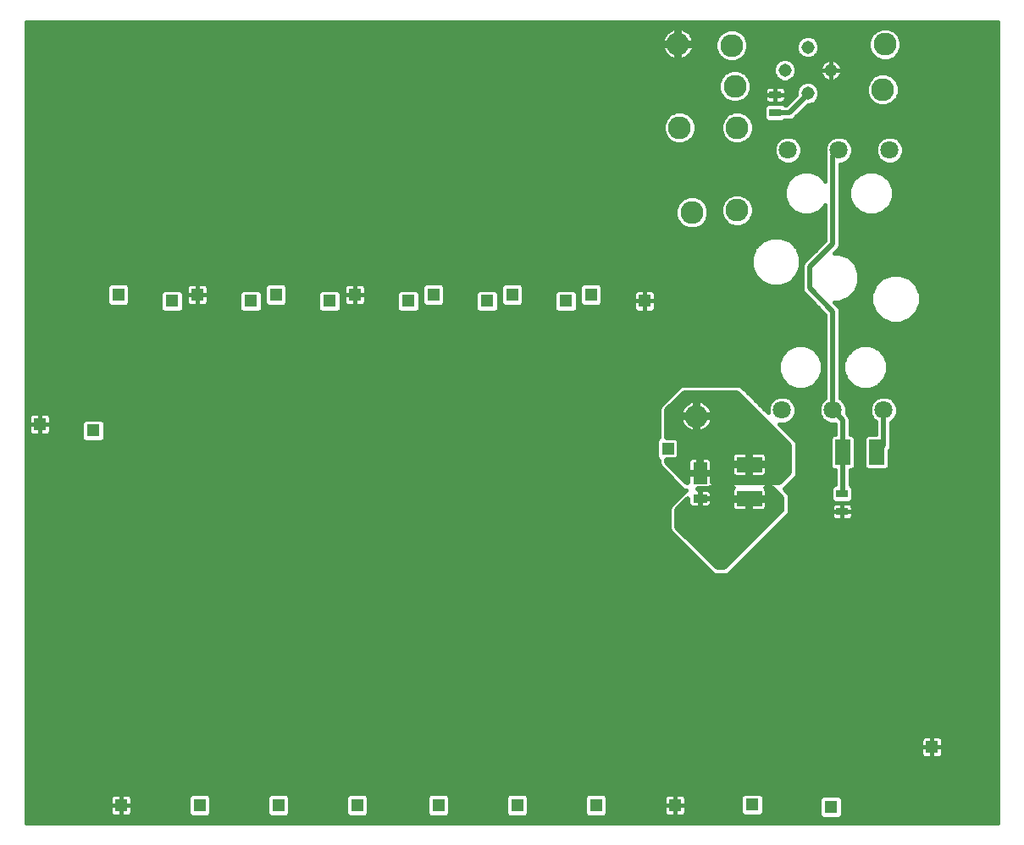
<source format=gbl>
G75*
%MOIN*%
%OFA0B0*%
%FSLAX25Y25*%
%IPPOS*%
%LPD*%
%AMOC8*
5,1,8,0,0,1.08239X$1,22.5*
%
%ADD10R,0.04724X0.03150*%
%ADD11C,0.05150*%
%ADD12R,0.05150X0.05150*%
%ADD13C,0.09000*%
%ADD14R,0.05512X0.08661*%
%ADD15R,0.05512X0.03543*%
%ADD16R,0.10000X0.05984*%
%ADD17R,0.10000X0.05945*%
%ADD18C,0.07087*%
%ADD19R,0.05984X0.10000*%
%ADD20R,0.05945X0.10000*%
%ADD21C,0.01600*%
%ADD22C,0.16835*%
%ADD23C,0.02000*%
%ADD24C,0.03000*%
D10*
X0357587Y0169162D03*
X0357587Y0176249D03*
X0331312Y0326241D03*
X0331312Y0333328D03*
D11*
X0335093Y0342934D03*
X0344124Y0351961D03*
X0353156Y0342934D03*
X0344124Y0333906D03*
D12*
X0258784Y0254532D03*
X0248910Y0252068D03*
X0227784Y0254532D03*
X0217910Y0252068D03*
X0196784Y0254532D03*
X0186910Y0252068D03*
X0165784Y0254532D03*
X0155910Y0252068D03*
X0134784Y0254532D03*
X0124910Y0252068D03*
X0103784Y0254532D03*
X0093910Y0252068D03*
X0072784Y0254532D03*
X0041784Y0203532D03*
X0062910Y0201068D03*
X0073784Y0053532D03*
X0104784Y0053532D03*
X0135784Y0053532D03*
X0166784Y0053532D03*
X0198761Y0053532D03*
X0229761Y0053532D03*
X0260761Y0053532D03*
X0291761Y0053532D03*
X0322257Y0053745D03*
X0353257Y0052942D03*
X0392957Y0076430D03*
X0289052Y0193934D03*
X0279910Y0252068D03*
D13*
X0298532Y0286879D03*
X0316249Y0287863D03*
X0316249Y0320343D03*
X0315383Y0336580D03*
X0293611Y0320343D03*
X0292934Y0353304D03*
X0314194Y0352706D03*
X0374517Y0353083D03*
X0373658Y0335296D03*
X0300367Y0206587D03*
D14*
X0301713Y0184194D03*
D15*
X0301713Y0174154D03*
D16*
X0321162Y0174099D03*
D17*
X0321162Y0187564D03*
D18*
X0333965Y0209123D03*
X0353965Y0209123D03*
X0373965Y0209123D03*
X0376288Y0311485D03*
X0356288Y0311485D03*
X0336288Y0311485D03*
D19*
X0357745Y0192391D03*
D20*
X0371209Y0192391D03*
D21*
X0036600Y0046600D02*
X0036600Y0361803D01*
X0418732Y0361803D01*
X0418732Y0046600D01*
X0036600Y0046600D01*
X0036600Y0048194D02*
X0418732Y0048194D01*
X0418732Y0049793D02*
X0357831Y0049793D01*
X0357831Y0049538D02*
X0357831Y0056345D01*
X0356660Y0057517D01*
X0349853Y0057517D01*
X0348682Y0056345D01*
X0348682Y0049538D01*
X0349853Y0048367D01*
X0356660Y0048367D01*
X0357831Y0049538D01*
X0357831Y0051391D02*
X0418732Y0051391D01*
X0418732Y0052990D02*
X0357831Y0052990D01*
X0357831Y0054588D02*
X0418732Y0054588D01*
X0418732Y0056187D02*
X0357831Y0056187D01*
X0348682Y0056187D02*
X0326831Y0056187D01*
X0326831Y0057148D02*
X0325660Y0058320D01*
X0318853Y0058320D01*
X0317682Y0057148D01*
X0317682Y0050342D01*
X0318853Y0049170D01*
X0325660Y0049170D01*
X0326831Y0050342D01*
X0326831Y0057148D01*
X0326194Y0057785D02*
X0418732Y0057785D01*
X0418732Y0059384D02*
X0036600Y0059384D01*
X0036600Y0060982D02*
X0418732Y0060982D01*
X0418732Y0062581D02*
X0036600Y0062581D01*
X0036600Y0064179D02*
X0418732Y0064179D01*
X0418732Y0065778D02*
X0036600Y0065778D01*
X0036600Y0067376D02*
X0418732Y0067376D01*
X0418732Y0068975D02*
X0036600Y0068975D01*
X0036600Y0070573D02*
X0418732Y0070573D01*
X0418732Y0072172D02*
X0396204Y0072172D01*
X0396227Y0072178D02*
X0396637Y0072415D01*
X0396973Y0072750D01*
X0397210Y0073160D01*
X0397332Y0073618D01*
X0397332Y0076430D01*
X0397332Y0079242D01*
X0397210Y0079699D01*
X0396973Y0080110D01*
X0396637Y0080445D01*
X0396227Y0080682D01*
X0395769Y0080805D01*
X0392958Y0080805D01*
X0392958Y0076430D01*
X0397332Y0076430D01*
X0392958Y0076430D01*
X0392958Y0076430D01*
X0392957Y0076430D01*
X0392957Y0076430D01*
X0388583Y0076430D01*
X0388583Y0079242D01*
X0388705Y0079699D01*
X0388942Y0080110D01*
X0389277Y0080445D01*
X0389688Y0080682D01*
X0390146Y0080805D01*
X0392957Y0080805D01*
X0392957Y0076430D01*
X0388583Y0076430D01*
X0388583Y0073618D01*
X0388705Y0073160D01*
X0388942Y0072750D01*
X0389277Y0072415D01*
X0389688Y0072178D01*
X0390146Y0072055D01*
X0392957Y0072055D01*
X0392957Y0076430D01*
X0392958Y0076430D01*
X0392958Y0072055D01*
X0395769Y0072055D01*
X0396227Y0072178D01*
X0397332Y0073770D02*
X0418732Y0073770D01*
X0418732Y0075369D02*
X0397332Y0075369D01*
X0397332Y0076967D02*
X0418732Y0076967D01*
X0418732Y0078566D02*
X0397332Y0078566D01*
X0396918Y0080164D02*
X0418732Y0080164D01*
X0418732Y0081763D02*
X0036600Y0081763D01*
X0036600Y0083361D02*
X0418732Y0083361D01*
X0418732Y0084960D02*
X0036600Y0084960D01*
X0036600Y0086558D02*
X0418732Y0086558D01*
X0418732Y0088157D02*
X0036600Y0088157D01*
X0036600Y0089755D02*
X0418732Y0089755D01*
X0418732Y0091354D02*
X0036600Y0091354D01*
X0036600Y0092952D02*
X0418732Y0092952D01*
X0418732Y0094551D02*
X0036600Y0094551D01*
X0036600Y0096149D02*
X0418732Y0096149D01*
X0418732Y0097748D02*
X0036600Y0097748D01*
X0036600Y0099346D02*
X0418732Y0099346D01*
X0418732Y0100945D02*
X0036600Y0100945D01*
X0036600Y0102543D02*
X0418732Y0102543D01*
X0418732Y0104142D02*
X0036600Y0104142D01*
X0036600Y0105740D02*
X0418732Y0105740D01*
X0418732Y0107339D02*
X0036600Y0107339D01*
X0036600Y0108937D02*
X0418732Y0108937D01*
X0418732Y0110536D02*
X0036600Y0110536D01*
X0036600Y0112134D02*
X0418732Y0112134D01*
X0418732Y0113733D02*
X0036600Y0113733D01*
X0036600Y0115332D02*
X0418732Y0115332D01*
X0418732Y0116930D02*
X0036600Y0116930D01*
X0036600Y0118529D02*
X0418732Y0118529D01*
X0418732Y0120127D02*
X0036600Y0120127D01*
X0036600Y0121726D02*
X0418732Y0121726D01*
X0418732Y0123324D02*
X0036600Y0123324D01*
X0036600Y0124923D02*
X0418732Y0124923D01*
X0418732Y0126521D02*
X0036600Y0126521D01*
X0036600Y0128120D02*
X0418732Y0128120D01*
X0418732Y0129718D02*
X0036600Y0129718D01*
X0036600Y0131317D02*
X0418732Y0131317D01*
X0418732Y0132915D02*
X0036600Y0132915D01*
X0036600Y0134514D02*
X0418732Y0134514D01*
X0418732Y0136112D02*
X0036600Y0136112D01*
X0036600Y0137711D02*
X0418732Y0137711D01*
X0418732Y0139309D02*
X0036600Y0139309D01*
X0036600Y0140908D02*
X0418732Y0140908D01*
X0418732Y0142506D02*
X0036600Y0142506D01*
X0036600Y0144105D02*
X0418732Y0144105D01*
X0418732Y0145703D02*
X0314158Y0145703D01*
X0313027Y0144572D02*
X0335665Y0167209D01*
X0336509Y0168053D01*
X0336965Y0169156D01*
X0336965Y0175271D01*
X0336509Y0176373D01*
X0334763Y0178119D01*
X0338617Y0181973D01*
X0339461Y0182817D01*
X0339918Y0183920D01*
X0339918Y0195940D01*
X0339461Y0197043D01*
X0332925Y0203580D01*
X0335068Y0203580D01*
X0337105Y0204423D01*
X0338665Y0205983D01*
X0339509Y0208020D01*
X0339509Y0210225D01*
X0338665Y0212263D01*
X0337105Y0213822D01*
X0335068Y0214666D01*
X0332863Y0214666D01*
X0330825Y0213822D01*
X0329266Y0212263D01*
X0328422Y0210225D01*
X0328422Y0208082D01*
X0322729Y0213775D01*
X0318792Y0217712D01*
X0317948Y0218556D01*
X0316846Y0219013D01*
X0294983Y0219013D01*
X0293880Y0218556D01*
X0286990Y0211666D01*
X0286146Y0210822D01*
X0285690Y0209720D01*
X0285690Y0198509D01*
X0285649Y0198509D01*
X0284477Y0197337D01*
X0284477Y0190531D01*
X0285649Y0189359D01*
X0285690Y0189359D01*
X0285690Y0187857D01*
X0286146Y0186754D01*
X0294864Y0178036D01*
X0295967Y0177580D01*
X0296211Y0177580D01*
X0290927Y0172296D01*
X0290083Y0171452D01*
X0289627Y0170349D01*
X0289627Y0162266D01*
X0290083Y0161164D01*
X0305832Y0145416D01*
X0306675Y0144572D01*
X0307778Y0144115D01*
X0311924Y0144115D01*
X0313027Y0144572D01*
X0315757Y0147302D02*
X0418732Y0147302D01*
X0418732Y0148900D02*
X0317355Y0148900D01*
X0318954Y0150499D02*
X0418732Y0150499D01*
X0418732Y0152097D02*
X0320553Y0152097D01*
X0322151Y0153696D02*
X0418732Y0153696D01*
X0418732Y0155294D02*
X0323750Y0155294D01*
X0325348Y0156893D02*
X0418732Y0156893D01*
X0418732Y0158491D02*
X0326947Y0158491D01*
X0328545Y0160090D02*
X0418732Y0160090D01*
X0418732Y0161688D02*
X0330144Y0161688D01*
X0331742Y0163287D02*
X0418732Y0163287D01*
X0418732Y0164885D02*
X0333341Y0164885D01*
X0334939Y0166484D02*
X0353784Y0166484D01*
X0353785Y0166482D02*
X0354120Y0166147D01*
X0354530Y0165910D01*
X0354988Y0165787D01*
X0357587Y0165787D01*
X0357587Y0169162D01*
X0353425Y0169162D01*
X0353425Y0167350D01*
X0353548Y0166893D01*
X0353785Y0166482D01*
X0353425Y0168082D02*
X0336521Y0168082D01*
X0336965Y0169681D02*
X0353425Y0169681D01*
X0353425Y0169162D02*
X0357587Y0169162D01*
X0357587Y0169162D01*
X0357587Y0169162D01*
X0357587Y0165787D01*
X0360187Y0165787D01*
X0360644Y0165910D01*
X0361055Y0166147D01*
X0361390Y0166482D01*
X0361627Y0166893D01*
X0361750Y0167350D01*
X0361750Y0169162D01*
X0357588Y0169162D01*
X0357588Y0169162D01*
X0361750Y0169162D01*
X0361750Y0170974D01*
X0361627Y0171432D01*
X0361390Y0171842D01*
X0361055Y0172177D01*
X0360644Y0172414D01*
X0360187Y0172537D01*
X0357587Y0172537D01*
X0354988Y0172537D01*
X0354530Y0172414D01*
X0354120Y0172177D01*
X0353785Y0171842D01*
X0353548Y0171432D01*
X0353425Y0170974D01*
X0353425Y0169162D01*
X0353507Y0171279D02*
X0336965Y0171279D01*
X0336965Y0172878D02*
X0354193Y0172878D01*
X0354397Y0172674D02*
X0353225Y0173846D01*
X0353225Y0178652D01*
X0354397Y0179824D01*
X0354745Y0179824D01*
X0354745Y0185391D01*
X0353924Y0185391D01*
X0352753Y0186562D01*
X0352753Y0198219D01*
X0353924Y0199391D01*
X0354745Y0199391D01*
X0354745Y0203580D01*
X0352863Y0203580D01*
X0350825Y0204423D01*
X0349266Y0205983D01*
X0348422Y0208020D01*
X0348422Y0210225D01*
X0349266Y0212263D01*
X0350825Y0213822D01*
X0350965Y0213880D01*
X0350965Y0246684D01*
X0342170Y0255479D01*
X0341713Y0256582D01*
X0341713Y0265994D01*
X0342170Y0267097D01*
X0350965Y0275892D01*
X0350965Y0289765D01*
X0350900Y0289607D01*
X0348442Y0287149D01*
X0345231Y0285819D01*
X0341755Y0285819D01*
X0338544Y0287149D01*
X0336086Y0289607D01*
X0334756Y0292818D01*
X0334756Y0296294D01*
X0336086Y0299505D01*
X0338544Y0301963D01*
X0341755Y0303293D01*
X0345231Y0303293D01*
X0348442Y0301963D01*
X0350900Y0299505D01*
X0350965Y0299347D01*
X0350965Y0309759D01*
X0350984Y0309805D01*
X0350745Y0310382D01*
X0350745Y0312588D01*
X0351589Y0314625D01*
X0353148Y0316184D01*
X0355186Y0317028D01*
X0357391Y0317028D01*
X0359428Y0316184D01*
X0360988Y0314625D01*
X0361831Y0312588D01*
X0361831Y0310382D01*
X0360988Y0308345D01*
X0359428Y0306786D01*
X0357391Y0305942D01*
X0356965Y0305942D01*
X0356965Y0274053D01*
X0356509Y0272950D01*
X0354568Y0271009D01*
X0356568Y0271009D01*
X0360141Y0269529D01*
X0362876Y0266795D01*
X0364356Y0263222D01*
X0364356Y0259355D01*
X0362876Y0255782D01*
X0360141Y0253047D01*
X0356568Y0251567D01*
X0354568Y0251567D01*
X0356509Y0249626D01*
X0356965Y0248523D01*
X0356965Y0213880D01*
X0357105Y0213822D01*
X0358665Y0212263D01*
X0359509Y0210225D01*
X0359509Y0208020D01*
X0359451Y0207880D01*
X0360288Y0207043D01*
X0360745Y0205940D01*
X0360745Y0199391D01*
X0361565Y0199391D01*
X0362737Y0198219D01*
X0362737Y0186562D01*
X0361565Y0185391D01*
X0360745Y0185391D01*
X0360745Y0179824D01*
X0360778Y0179824D01*
X0361950Y0178652D01*
X0361950Y0173846D01*
X0360778Y0172674D01*
X0354397Y0172674D01*
X0353225Y0174476D02*
X0336965Y0174476D01*
X0336632Y0176075D02*
X0353225Y0176075D01*
X0353225Y0177673D02*
X0335209Y0177673D01*
X0335916Y0179272D02*
X0353845Y0179272D01*
X0354745Y0180870D02*
X0337515Y0180870D01*
X0339113Y0182469D02*
X0354745Y0182469D01*
X0354745Y0184068D02*
X0339918Y0184068D01*
X0339918Y0185666D02*
X0353649Y0185666D01*
X0352753Y0187265D02*
X0339918Y0187265D01*
X0339918Y0188863D02*
X0352753Y0188863D01*
X0352753Y0190462D02*
X0339918Y0190462D01*
X0339918Y0192060D02*
X0352753Y0192060D01*
X0352753Y0193659D02*
X0339918Y0193659D01*
X0339918Y0195257D02*
X0352753Y0195257D01*
X0352753Y0196856D02*
X0339539Y0196856D01*
X0338050Y0198454D02*
X0352988Y0198454D01*
X0354745Y0200053D02*
X0336451Y0200053D01*
X0334853Y0201651D02*
X0354745Y0201651D01*
X0354745Y0203250D02*
X0333254Y0203250D01*
X0337530Y0204848D02*
X0350401Y0204848D01*
X0349074Y0206447D02*
X0338857Y0206447D01*
X0339509Y0208045D02*
X0348422Y0208045D01*
X0348422Y0209644D02*
X0339509Y0209644D01*
X0339088Y0211242D02*
X0348843Y0211242D01*
X0349844Y0212841D02*
X0338087Y0212841D01*
X0335616Y0214439D02*
X0350965Y0214439D01*
X0350965Y0216038D02*
X0320466Y0216038D01*
X0318868Y0217636D02*
X0338657Y0217636D01*
X0339432Y0217315D02*
X0342908Y0217315D01*
X0346119Y0218645D01*
X0348577Y0221103D01*
X0349907Y0224314D01*
X0349907Y0227790D01*
X0348577Y0231001D01*
X0346119Y0233459D01*
X0342908Y0234789D01*
X0339432Y0234789D01*
X0336221Y0233459D01*
X0333763Y0231001D01*
X0332433Y0227790D01*
X0332433Y0224314D01*
X0333763Y0221103D01*
X0336221Y0218645D01*
X0339432Y0217315D01*
X0335631Y0219235D02*
X0036600Y0219235D01*
X0036600Y0220833D02*
X0334033Y0220833D01*
X0333213Y0222432D02*
X0036600Y0222432D01*
X0036600Y0224030D02*
X0332551Y0224030D01*
X0332433Y0225629D02*
X0036600Y0225629D01*
X0036600Y0227227D02*
X0332433Y0227227D01*
X0332862Y0228826D02*
X0036600Y0228826D01*
X0036600Y0230424D02*
X0333524Y0230424D01*
X0334785Y0232023D02*
X0036600Y0232023D01*
X0036600Y0233621D02*
X0336613Y0233621D01*
X0345727Y0233621D02*
X0350965Y0233621D01*
X0350965Y0232023D02*
X0347555Y0232023D01*
X0348816Y0230424D02*
X0350965Y0230424D01*
X0350965Y0228826D02*
X0349478Y0228826D01*
X0349907Y0227227D02*
X0350965Y0227227D01*
X0350965Y0225629D02*
X0349907Y0225629D01*
X0349790Y0224030D02*
X0350965Y0224030D01*
X0350965Y0222432D02*
X0349127Y0222432D01*
X0348307Y0220833D02*
X0350965Y0220833D01*
X0350965Y0219235D02*
X0346709Y0219235D01*
X0343684Y0217636D02*
X0350965Y0217636D01*
X0356965Y0217636D02*
X0364247Y0217636D01*
X0365023Y0217315D02*
X0368499Y0217315D01*
X0371710Y0218645D01*
X0374167Y0221103D01*
X0375498Y0224314D01*
X0375498Y0227790D01*
X0374167Y0231001D01*
X0371710Y0233459D01*
X0368499Y0234789D01*
X0365023Y0234789D01*
X0361812Y0233459D01*
X0359354Y0231001D01*
X0358024Y0227790D01*
X0358024Y0224314D01*
X0359354Y0221103D01*
X0361812Y0218645D01*
X0365023Y0217315D01*
X0361222Y0219235D02*
X0356965Y0219235D01*
X0356965Y0220833D02*
X0359623Y0220833D01*
X0358803Y0222432D02*
X0356965Y0222432D01*
X0356965Y0224030D02*
X0358141Y0224030D01*
X0358024Y0225629D02*
X0356965Y0225629D01*
X0356965Y0227227D02*
X0358024Y0227227D01*
X0358453Y0228826D02*
X0356965Y0228826D01*
X0356965Y0230424D02*
X0359115Y0230424D01*
X0360376Y0232023D02*
X0356965Y0232023D01*
X0356965Y0233621D02*
X0362204Y0233621D01*
X0356965Y0235220D02*
X0418732Y0235220D01*
X0418732Y0236818D02*
X0356965Y0236818D01*
X0356965Y0238417D02*
X0418732Y0238417D01*
X0418732Y0240015D02*
X0356965Y0240015D01*
X0356965Y0241614D02*
X0418732Y0241614D01*
X0418732Y0243212D02*
X0356965Y0243212D01*
X0356965Y0244811D02*
X0373151Y0244811D01*
X0373222Y0244740D02*
X0376795Y0243260D01*
X0380663Y0243260D01*
X0384236Y0244740D01*
X0386970Y0247474D01*
X0388450Y0251047D01*
X0388450Y0254915D01*
X0386970Y0258488D01*
X0384236Y0261222D01*
X0380663Y0262702D01*
X0376795Y0262702D01*
X0373222Y0261222D01*
X0370488Y0258488D01*
X0369008Y0254915D01*
X0369008Y0251047D01*
X0370488Y0247474D01*
X0373222Y0244740D01*
X0371553Y0246409D02*
X0356965Y0246409D01*
X0356965Y0248008D02*
X0370267Y0248008D01*
X0369605Y0249606D02*
X0356517Y0249606D01*
X0354930Y0251205D02*
X0369008Y0251205D01*
X0369008Y0252803D02*
X0359554Y0252803D01*
X0361496Y0254402D02*
X0369008Y0254402D01*
X0369458Y0256001D02*
X0362967Y0256001D01*
X0363629Y0257599D02*
X0370120Y0257599D01*
X0371198Y0259198D02*
X0364291Y0259198D01*
X0364356Y0260796D02*
X0372796Y0260796D01*
X0376052Y0262395D02*
X0364356Y0262395D01*
X0364036Y0263993D02*
X0418732Y0263993D01*
X0418732Y0262395D02*
X0381406Y0262395D01*
X0384662Y0260796D02*
X0418732Y0260796D01*
X0418732Y0259198D02*
X0386261Y0259198D01*
X0387339Y0257599D02*
X0418732Y0257599D01*
X0418732Y0256001D02*
X0388001Y0256001D01*
X0388450Y0254402D02*
X0418732Y0254402D01*
X0418732Y0252803D02*
X0388450Y0252803D01*
X0388450Y0251205D02*
X0418732Y0251205D01*
X0418732Y0249606D02*
X0387854Y0249606D01*
X0387191Y0248008D02*
X0418732Y0248008D01*
X0418732Y0246409D02*
X0385905Y0246409D01*
X0384307Y0244811D02*
X0418732Y0244811D01*
X0418732Y0233621D02*
X0371317Y0233621D01*
X0373146Y0232023D02*
X0418732Y0232023D01*
X0418732Y0230424D02*
X0374406Y0230424D01*
X0375069Y0228826D02*
X0418732Y0228826D01*
X0418732Y0227227D02*
X0375498Y0227227D01*
X0375498Y0225629D02*
X0418732Y0225629D01*
X0418732Y0224030D02*
X0375380Y0224030D01*
X0374718Y0222432D02*
X0418732Y0222432D01*
X0418732Y0220833D02*
X0373898Y0220833D01*
X0372299Y0219235D02*
X0418732Y0219235D01*
X0418732Y0217636D02*
X0369274Y0217636D01*
X0370825Y0213822D02*
X0369266Y0212263D01*
X0368422Y0210225D01*
X0368422Y0208020D01*
X0369266Y0205983D01*
X0370825Y0204423D01*
X0370965Y0204365D01*
X0370965Y0199391D01*
X0367409Y0199391D01*
X0366237Y0198219D01*
X0366237Y0186562D01*
X0367409Y0185391D01*
X0375010Y0185391D01*
X0376182Y0186562D01*
X0376182Y0193120D01*
X0376509Y0193447D01*
X0376965Y0194550D01*
X0376965Y0204365D01*
X0377105Y0204423D01*
X0378665Y0205983D01*
X0379509Y0208020D01*
X0379509Y0210225D01*
X0378665Y0212263D01*
X0377105Y0213822D01*
X0375068Y0214666D01*
X0372863Y0214666D01*
X0370825Y0213822D01*
X0369844Y0212841D02*
X0358087Y0212841D01*
X0359088Y0211242D02*
X0368843Y0211242D01*
X0368422Y0209644D02*
X0359509Y0209644D01*
X0359509Y0208045D02*
X0368422Y0208045D01*
X0369074Y0206447D02*
X0360535Y0206447D01*
X0360745Y0204848D02*
X0370401Y0204848D01*
X0370965Y0203250D02*
X0360745Y0203250D01*
X0360745Y0201651D02*
X0370965Y0201651D01*
X0370965Y0200053D02*
X0360745Y0200053D01*
X0362502Y0198454D02*
X0366472Y0198454D01*
X0366237Y0196856D02*
X0362737Y0196856D01*
X0362737Y0195257D02*
X0366237Y0195257D01*
X0366237Y0193659D02*
X0362737Y0193659D01*
X0362737Y0192060D02*
X0366237Y0192060D01*
X0366237Y0190462D02*
X0362737Y0190462D01*
X0362737Y0188863D02*
X0366237Y0188863D01*
X0366237Y0187265D02*
X0362737Y0187265D01*
X0361841Y0185666D02*
X0367133Y0185666D01*
X0360745Y0184068D02*
X0418732Y0184068D01*
X0418732Y0185666D02*
X0375286Y0185666D01*
X0376182Y0187265D02*
X0418732Y0187265D01*
X0418732Y0188863D02*
X0376182Y0188863D01*
X0376182Y0190462D02*
X0418732Y0190462D01*
X0418732Y0192060D02*
X0376182Y0192060D01*
X0376596Y0193659D02*
X0418732Y0193659D01*
X0418732Y0195257D02*
X0376965Y0195257D01*
X0376965Y0196856D02*
X0418732Y0196856D01*
X0418732Y0198454D02*
X0376965Y0198454D01*
X0376965Y0200053D02*
X0418732Y0200053D01*
X0418732Y0201651D02*
X0376965Y0201651D01*
X0376965Y0203250D02*
X0418732Y0203250D01*
X0418732Y0204848D02*
X0377530Y0204848D01*
X0378857Y0206447D02*
X0418732Y0206447D01*
X0418732Y0208045D02*
X0379509Y0208045D01*
X0379509Y0209644D02*
X0418732Y0209644D01*
X0418732Y0211242D02*
X0379088Y0211242D01*
X0378087Y0212841D02*
X0418732Y0212841D01*
X0418732Y0214439D02*
X0375616Y0214439D01*
X0372315Y0214439D02*
X0356965Y0214439D01*
X0356965Y0216038D02*
X0418732Y0216038D01*
X0418732Y0182469D02*
X0360745Y0182469D01*
X0360745Y0180870D02*
X0418732Y0180870D01*
X0418732Y0179272D02*
X0361330Y0179272D01*
X0361950Y0177673D02*
X0418732Y0177673D01*
X0418732Y0176075D02*
X0361950Y0176075D01*
X0361950Y0174476D02*
X0418732Y0174476D01*
X0418732Y0172878D02*
X0360982Y0172878D01*
X0361668Y0171279D02*
X0418732Y0171279D01*
X0418732Y0169681D02*
X0361750Y0169681D01*
X0361750Y0168082D02*
X0418732Y0168082D01*
X0418732Y0166484D02*
X0361391Y0166484D01*
X0357587Y0166484D02*
X0357587Y0166484D01*
X0357587Y0168082D02*
X0357587Y0168082D01*
X0357587Y0169162D02*
X0357587Y0172537D01*
X0357587Y0169162D01*
X0357587Y0169162D01*
X0357587Y0169681D02*
X0357587Y0169681D01*
X0357587Y0171279D02*
X0357587Y0171279D01*
X0328422Y0209644D02*
X0326860Y0209644D01*
X0325262Y0211242D02*
X0328843Y0211242D01*
X0329844Y0212841D02*
X0323663Y0212841D01*
X0322065Y0214439D02*
X0332315Y0214439D01*
X0350965Y0235220D02*
X0036600Y0235220D01*
X0036600Y0236818D02*
X0350965Y0236818D01*
X0350965Y0238417D02*
X0036600Y0238417D01*
X0036600Y0240015D02*
X0350965Y0240015D01*
X0350965Y0241614D02*
X0036600Y0241614D01*
X0036600Y0243212D02*
X0350965Y0243212D01*
X0350965Y0244811D02*
X0036600Y0244811D01*
X0036600Y0246409D02*
X0350965Y0246409D01*
X0349641Y0248008D02*
X0283513Y0248008D01*
X0283590Y0248053D02*
X0283925Y0248388D01*
X0284162Y0248798D01*
X0284285Y0249256D01*
X0284285Y0252068D01*
X0284285Y0254879D01*
X0284162Y0255337D01*
X0283925Y0255748D01*
X0283590Y0256083D01*
X0283180Y0256320D01*
X0282722Y0256443D01*
X0279910Y0256443D01*
X0277098Y0256443D01*
X0276641Y0256320D01*
X0276230Y0256083D01*
X0275895Y0255748D01*
X0275658Y0255337D01*
X0275535Y0254879D01*
X0275535Y0252068D01*
X0279910Y0252068D01*
X0279910Y0256443D01*
X0279910Y0252068D01*
X0279910Y0252068D01*
X0279910Y0252068D01*
X0275535Y0252068D01*
X0275535Y0249256D01*
X0275658Y0248798D01*
X0275895Y0248388D01*
X0276230Y0248053D01*
X0276641Y0247816D01*
X0277098Y0247693D01*
X0279910Y0247693D01*
X0279910Y0252068D01*
X0284285Y0252068D01*
X0279910Y0252068D01*
X0279910Y0252068D01*
X0279910Y0252068D01*
X0279910Y0247693D01*
X0282722Y0247693D01*
X0283180Y0247816D01*
X0283590Y0248053D01*
X0284285Y0249606D02*
X0348043Y0249606D01*
X0346444Y0251205D02*
X0284285Y0251205D01*
X0284285Y0252803D02*
X0344846Y0252803D01*
X0343247Y0254402D02*
X0284285Y0254402D01*
X0283673Y0256001D02*
X0341954Y0256001D01*
X0341713Y0257599D02*
X0263359Y0257599D01*
X0263359Y0257936D02*
X0263359Y0251129D01*
X0262187Y0249957D01*
X0255381Y0249957D01*
X0254209Y0251129D01*
X0254209Y0257936D01*
X0255381Y0259107D01*
X0262187Y0259107D01*
X0263359Y0257936D01*
X0263359Y0256001D02*
X0276148Y0256001D01*
X0275535Y0254402D02*
X0263359Y0254402D01*
X0263359Y0252803D02*
X0275535Y0252803D01*
X0275535Y0251205D02*
X0263359Y0251205D01*
X0254209Y0251205D02*
X0253485Y0251205D01*
X0253485Y0252803D02*
X0254209Y0252803D01*
X0254209Y0254402D02*
X0253485Y0254402D01*
X0253485Y0255471D02*
X0252313Y0256643D01*
X0245507Y0256643D01*
X0244335Y0255471D01*
X0244335Y0248664D01*
X0245507Y0247493D01*
X0252313Y0247493D01*
X0253485Y0248664D01*
X0253485Y0255471D01*
X0252955Y0256001D02*
X0254209Y0256001D01*
X0254209Y0257599D02*
X0232359Y0257599D01*
X0232359Y0257936D02*
X0232359Y0251129D01*
X0231187Y0249957D01*
X0224381Y0249957D01*
X0223209Y0251129D01*
X0223209Y0257936D01*
X0224381Y0259107D01*
X0231187Y0259107D01*
X0232359Y0257936D01*
X0232359Y0256001D02*
X0244865Y0256001D01*
X0244335Y0254402D02*
X0232359Y0254402D01*
X0232359Y0252803D02*
X0244335Y0252803D01*
X0244335Y0251205D02*
X0232359Y0251205D01*
X0223209Y0251205D02*
X0222485Y0251205D01*
X0222485Y0252803D02*
X0223209Y0252803D01*
X0223209Y0254402D02*
X0222485Y0254402D01*
X0222485Y0255471D02*
X0221313Y0256643D01*
X0214507Y0256643D01*
X0213335Y0255471D01*
X0213335Y0248664D01*
X0214507Y0247493D01*
X0221313Y0247493D01*
X0222485Y0248664D01*
X0222485Y0255471D01*
X0221955Y0256001D02*
X0223209Y0256001D01*
X0223209Y0257599D02*
X0201359Y0257599D01*
X0201359Y0257936D02*
X0201359Y0251129D01*
X0200187Y0249957D01*
X0193381Y0249957D01*
X0192209Y0251129D01*
X0192209Y0257936D01*
X0193381Y0259107D01*
X0200187Y0259107D01*
X0201359Y0257936D01*
X0201359Y0256001D02*
X0213865Y0256001D01*
X0213335Y0254402D02*
X0201359Y0254402D01*
X0201359Y0252803D02*
X0213335Y0252803D01*
X0213335Y0251205D02*
X0201359Y0251205D01*
X0192209Y0251205D02*
X0191485Y0251205D01*
X0191485Y0252803D02*
X0192209Y0252803D01*
X0192209Y0254402D02*
X0191485Y0254402D01*
X0191485Y0255471D02*
X0190313Y0256643D01*
X0183507Y0256643D01*
X0182335Y0255471D01*
X0182335Y0248664D01*
X0183507Y0247493D01*
X0190313Y0247493D01*
X0191485Y0248664D01*
X0191485Y0255471D01*
X0190955Y0256001D02*
X0192209Y0256001D01*
X0192209Y0257599D02*
X0170091Y0257599D01*
X0170036Y0257802D02*
X0170159Y0257344D01*
X0170159Y0254532D01*
X0170159Y0251720D01*
X0170036Y0251263D01*
X0169799Y0250852D01*
X0169464Y0250517D01*
X0169054Y0250280D01*
X0168596Y0250157D01*
X0165784Y0250157D01*
X0165784Y0254532D01*
X0165784Y0254532D01*
X0161409Y0254532D01*
X0161409Y0251720D01*
X0161532Y0251263D01*
X0161769Y0250852D01*
X0162104Y0250517D01*
X0162515Y0250280D01*
X0162972Y0250157D01*
X0165784Y0250157D01*
X0165784Y0254532D01*
X0165784Y0254532D01*
X0161409Y0254532D01*
X0161409Y0257344D01*
X0161532Y0257802D01*
X0161769Y0258212D01*
X0162104Y0258547D01*
X0162515Y0258784D01*
X0162972Y0258907D01*
X0165784Y0258907D01*
X0165784Y0254532D01*
X0165784Y0254532D01*
X0170159Y0254532D01*
X0165784Y0254532D01*
X0165784Y0254532D01*
X0165784Y0258907D01*
X0168596Y0258907D01*
X0169054Y0258784D01*
X0169464Y0258547D01*
X0169799Y0258212D01*
X0170036Y0257802D01*
X0170159Y0256001D02*
X0182865Y0256001D01*
X0182335Y0254402D02*
X0170159Y0254402D01*
X0170159Y0252803D02*
X0182335Y0252803D01*
X0182335Y0251205D02*
X0170003Y0251205D01*
X0165784Y0251205D02*
X0165784Y0251205D01*
X0165784Y0252803D02*
X0165784Y0252803D01*
X0165784Y0254402D02*
X0165784Y0254402D01*
X0165784Y0256001D02*
X0165784Y0256001D01*
X0165784Y0257599D02*
X0165784Y0257599D01*
X0161478Y0257599D02*
X0139359Y0257599D01*
X0139359Y0257936D02*
X0138187Y0259107D01*
X0131381Y0259107D01*
X0130209Y0257936D01*
X0130209Y0251129D01*
X0131381Y0249957D01*
X0138187Y0249957D01*
X0139359Y0251129D01*
X0139359Y0257936D01*
X0139359Y0256001D02*
X0151865Y0256001D01*
X0151335Y0255471D02*
X0151335Y0248664D01*
X0152507Y0247493D01*
X0159313Y0247493D01*
X0160485Y0248664D01*
X0160485Y0255471D01*
X0159313Y0256643D01*
X0152507Y0256643D01*
X0151335Y0255471D01*
X0151335Y0254402D02*
X0139359Y0254402D01*
X0139359Y0252803D02*
X0151335Y0252803D01*
X0151335Y0251205D02*
X0139359Y0251205D01*
X0130209Y0251205D02*
X0129485Y0251205D01*
X0129485Y0252803D02*
X0130209Y0252803D01*
X0130209Y0254402D02*
X0129485Y0254402D01*
X0129485Y0255471D02*
X0128313Y0256643D01*
X0121507Y0256643D01*
X0120335Y0255471D01*
X0120335Y0248664D01*
X0121507Y0247493D01*
X0128313Y0247493D01*
X0129485Y0248664D01*
X0129485Y0255471D01*
X0128955Y0256001D02*
X0130209Y0256001D01*
X0130209Y0257599D02*
X0108091Y0257599D01*
X0108036Y0257802D02*
X0108159Y0257344D01*
X0108159Y0254532D01*
X0108159Y0251720D01*
X0108036Y0251263D01*
X0107799Y0250852D01*
X0107464Y0250517D01*
X0107054Y0250280D01*
X0106596Y0250157D01*
X0103784Y0250157D01*
X0103784Y0254532D01*
X0103784Y0254532D01*
X0099409Y0254532D01*
X0099409Y0251720D01*
X0099532Y0251263D01*
X0099769Y0250852D01*
X0100104Y0250517D01*
X0100515Y0250280D01*
X0100972Y0250157D01*
X0103784Y0250157D01*
X0103784Y0254532D01*
X0103784Y0254532D01*
X0099409Y0254532D01*
X0099409Y0257344D01*
X0099532Y0257802D01*
X0099769Y0258212D01*
X0100104Y0258547D01*
X0100515Y0258784D01*
X0100972Y0258907D01*
X0103784Y0258907D01*
X0103784Y0254532D01*
X0103784Y0254532D01*
X0108159Y0254532D01*
X0103784Y0254532D01*
X0103784Y0254532D01*
X0103784Y0258907D01*
X0106596Y0258907D01*
X0107054Y0258784D01*
X0107464Y0258547D01*
X0107799Y0258212D01*
X0108036Y0257802D01*
X0108159Y0256001D02*
X0120865Y0256001D01*
X0120335Y0254402D02*
X0108159Y0254402D01*
X0108159Y0252803D02*
X0120335Y0252803D01*
X0120335Y0251205D02*
X0108003Y0251205D01*
X0103784Y0251205D02*
X0103784Y0251205D01*
X0103784Y0252803D02*
X0103784Y0252803D01*
X0103784Y0254402D02*
X0103784Y0254402D01*
X0103784Y0256001D02*
X0103784Y0256001D01*
X0103784Y0257599D02*
X0103784Y0257599D01*
X0099478Y0257599D02*
X0077359Y0257599D01*
X0077359Y0257936D02*
X0077359Y0251129D01*
X0076187Y0249957D01*
X0069381Y0249957D01*
X0068209Y0251129D01*
X0068209Y0257936D01*
X0069381Y0259107D01*
X0076187Y0259107D01*
X0077359Y0257936D01*
X0077359Y0256001D02*
X0089865Y0256001D01*
X0089335Y0255471D02*
X0089335Y0248664D01*
X0090507Y0247493D01*
X0097313Y0247493D01*
X0098485Y0248664D01*
X0098485Y0255471D01*
X0097313Y0256643D01*
X0090507Y0256643D01*
X0089335Y0255471D01*
X0089335Y0254402D02*
X0077359Y0254402D01*
X0077359Y0252803D02*
X0089335Y0252803D01*
X0089335Y0251205D02*
X0077359Y0251205D01*
X0068209Y0251205D02*
X0036600Y0251205D01*
X0036600Y0252803D02*
X0068209Y0252803D01*
X0068209Y0254402D02*
X0036600Y0254402D01*
X0036600Y0256001D02*
X0068209Y0256001D01*
X0068209Y0257599D02*
X0036600Y0257599D01*
X0036600Y0259198D02*
X0326455Y0259198D01*
X0326096Y0259346D02*
X0329669Y0257866D01*
X0333537Y0257866D01*
X0337110Y0259346D01*
X0339844Y0262081D01*
X0341324Y0265654D01*
X0341324Y0269521D01*
X0339844Y0273094D01*
X0337110Y0275829D01*
X0333537Y0277309D01*
X0329669Y0277309D01*
X0326096Y0275829D01*
X0323362Y0273094D01*
X0321882Y0269521D01*
X0321882Y0265654D01*
X0323362Y0262081D01*
X0326096Y0259346D01*
X0324647Y0260796D02*
X0036600Y0260796D01*
X0036600Y0262395D02*
X0323232Y0262395D01*
X0322570Y0263993D02*
X0036600Y0263993D01*
X0036600Y0265592D02*
X0321908Y0265592D01*
X0321882Y0267190D02*
X0036600Y0267190D01*
X0036600Y0268789D02*
X0321882Y0268789D01*
X0322241Y0270387D02*
X0036600Y0270387D01*
X0036600Y0271986D02*
X0322903Y0271986D01*
X0323852Y0273584D02*
X0036600Y0273584D01*
X0036600Y0275183D02*
X0325450Y0275183D01*
X0328396Y0276781D02*
X0036600Y0276781D01*
X0036600Y0278380D02*
X0350965Y0278380D01*
X0350965Y0279978D02*
X0036600Y0279978D01*
X0036600Y0281577D02*
X0294642Y0281577D01*
X0294850Y0281368D02*
X0297239Y0280379D01*
X0299825Y0280379D01*
X0302214Y0281368D01*
X0304043Y0283197D01*
X0305032Y0285586D01*
X0305032Y0288172D01*
X0304043Y0290561D01*
X0302214Y0292389D01*
X0299825Y0293379D01*
X0297239Y0293379D01*
X0294850Y0292389D01*
X0293022Y0290561D01*
X0292032Y0288172D01*
X0292032Y0285586D01*
X0293022Y0283197D01*
X0294850Y0281368D01*
X0293043Y0283175D02*
X0036600Y0283175D01*
X0036600Y0284774D02*
X0292369Y0284774D01*
X0292032Y0286372D02*
X0036600Y0286372D01*
X0036600Y0287971D02*
X0292032Y0287971D01*
X0292611Y0289569D02*
X0036600Y0289569D01*
X0036600Y0291168D02*
X0293629Y0291168D01*
X0295761Y0292766D02*
X0036600Y0292766D01*
X0036600Y0294365D02*
X0334756Y0294365D01*
X0334756Y0295963D02*
X0036600Y0295963D01*
X0036600Y0297562D02*
X0335281Y0297562D01*
X0335943Y0299160D02*
X0036600Y0299160D01*
X0036600Y0300759D02*
X0337340Y0300759D01*
X0339496Y0302357D02*
X0036600Y0302357D01*
X0036600Y0303956D02*
X0350965Y0303956D01*
X0350965Y0305554D02*
X0036600Y0305554D01*
X0036600Y0307153D02*
X0332781Y0307153D01*
X0333148Y0306786D02*
X0335186Y0305942D01*
X0337391Y0305942D01*
X0339428Y0306786D01*
X0340988Y0308345D01*
X0341831Y0310382D01*
X0341831Y0312588D01*
X0340988Y0314625D01*
X0339428Y0316184D01*
X0337391Y0317028D01*
X0335186Y0317028D01*
X0333148Y0316184D01*
X0331589Y0314625D01*
X0330745Y0312588D01*
X0330745Y0310382D01*
X0331589Y0308345D01*
X0333148Y0306786D01*
X0331420Y0308751D02*
X0036600Y0308751D01*
X0036600Y0310350D02*
X0330758Y0310350D01*
X0330745Y0311948D02*
X0036600Y0311948D01*
X0036600Y0313547D02*
X0331142Y0313547D01*
X0332109Y0315145D02*
X0320243Y0315145D01*
X0319931Y0314833D02*
X0321759Y0316661D01*
X0322749Y0319050D01*
X0322749Y0321636D01*
X0321759Y0324025D01*
X0319931Y0325854D01*
X0317542Y0326843D01*
X0314956Y0326843D01*
X0312567Y0325854D01*
X0310738Y0324025D01*
X0309749Y0321636D01*
X0309749Y0319050D01*
X0310738Y0316661D01*
X0312567Y0314833D01*
X0314956Y0313843D01*
X0317542Y0313843D01*
X0319931Y0314833D01*
X0321793Y0316744D02*
X0334499Y0316744D01*
X0338077Y0316744D02*
X0354499Y0316744D01*
X0352109Y0315145D02*
X0340467Y0315145D01*
X0341434Y0313547D02*
X0351142Y0313547D01*
X0350745Y0311948D02*
X0341831Y0311948D01*
X0341818Y0310350D02*
X0350758Y0310350D01*
X0350965Y0308751D02*
X0341156Y0308751D01*
X0339795Y0307153D02*
X0350965Y0307153D01*
X0350965Y0302357D02*
X0347489Y0302357D01*
X0349646Y0300759D02*
X0350965Y0300759D01*
X0356965Y0300759D02*
X0362930Y0300759D01*
X0364134Y0301963D02*
X0361677Y0299505D01*
X0360346Y0296294D01*
X0360346Y0292818D01*
X0361677Y0289607D01*
X0364134Y0287149D01*
X0367346Y0285819D01*
X0370821Y0285819D01*
X0374033Y0287149D01*
X0376490Y0289607D01*
X0377820Y0292818D01*
X0377820Y0296294D01*
X0376490Y0299505D01*
X0374033Y0301963D01*
X0370821Y0303293D01*
X0367346Y0303293D01*
X0364134Y0301963D01*
X0365087Y0302357D02*
X0356965Y0302357D01*
X0356965Y0303956D02*
X0418732Y0303956D01*
X0418732Y0305554D02*
X0356965Y0305554D01*
X0359795Y0307153D02*
X0372781Y0307153D01*
X0373148Y0306786D02*
X0375186Y0305942D01*
X0377391Y0305942D01*
X0379428Y0306786D01*
X0380988Y0308345D01*
X0381831Y0310382D01*
X0381831Y0312588D01*
X0380988Y0314625D01*
X0379428Y0316184D01*
X0377391Y0317028D01*
X0375186Y0317028D01*
X0373148Y0316184D01*
X0371589Y0314625D01*
X0370745Y0312588D01*
X0370745Y0310382D01*
X0371589Y0308345D01*
X0373148Y0306786D01*
X0371420Y0308751D02*
X0361156Y0308751D01*
X0361818Y0310350D02*
X0370758Y0310350D01*
X0370745Y0311948D02*
X0361831Y0311948D01*
X0361434Y0313547D02*
X0371142Y0313547D01*
X0372109Y0315145D02*
X0360467Y0315145D01*
X0358077Y0316744D02*
X0374499Y0316744D01*
X0378077Y0316744D02*
X0418732Y0316744D01*
X0418732Y0318342D02*
X0322456Y0318342D01*
X0322749Y0319941D02*
X0418732Y0319941D01*
X0418732Y0321539D02*
X0322749Y0321539D01*
X0322127Y0323138D02*
X0327649Y0323138D01*
X0328121Y0322666D02*
X0334502Y0322666D01*
X0335085Y0323249D01*
X0337515Y0323249D01*
X0338617Y0323706D01*
X0344243Y0329331D01*
X0345034Y0329331D01*
X0346716Y0330028D01*
X0348003Y0331315D01*
X0348699Y0332996D01*
X0348699Y0334816D01*
X0348003Y0336498D01*
X0346716Y0337785D01*
X0345034Y0338481D01*
X0343214Y0338481D01*
X0341533Y0337785D01*
X0340246Y0336498D01*
X0339550Y0334816D01*
X0339550Y0333123D01*
X0335675Y0329249D01*
X0335069Y0329249D01*
X0334502Y0329816D01*
X0328121Y0329816D01*
X0326950Y0328644D01*
X0326950Y0323838D01*
X0328121Y0322666D01*
X0326950Y0324737D02*
X0321048Y0324737D01*
X0318769Y0326335D02*
X0326950Y0326335D01*
X0326950Y0327934D02*
X0036600Y0327934D01*
X0036600Y0329532D02*
X0327837Y0329532D01*
X0328255Y0330075D02*
X0328713Y0329953D01*
X0331312Y0329953D01*
X0333911Y0329953D01*
X0334369Y0330075D01*
X0334779Y0330312D01*
X0335114Y0330648D01*
X0335351Y0331058D01*
X0335474Y0331516D01*
X0335474Y0333327D01*
X0331312Y0333327D01*
X0331312Y0329953D01*
X0331312Y0333327D01*
X0331312Y0333327D01*
X0331312Y0333328D01*
X0331312Y0333328D01*
X0331312Y0336702D01*
X0333911Y0336702D01*
X0334369Y0336580D01*
X0334779Y0336343D01*
X0335114Y0336008D01*
X0335351Y0335597D01*
X0335474Y0335139D01*
X0335474Y0333328D01*
X0331312Y0333328D01*
X0331312Y0336702D01*
X0328713Y0336702D01*
X0328255Y0336580D01*
X0327844Y0336343D01*
X0327509Y0336008D01*
X0327272Y0335597D01*
X0327150Y0335139D01*
X0327150Y0333328D01*
X0331312Y0333328D01*
X0331312Y0333327D01*
X0327150Y0333327D01*
X0327150Y0331516D01*
X0327272Y0331058D01*
X0327509Y0330648D01*
X0327844Y0330312D01*
X0328255Y0330075D01*
X0327253Y0331131D02*
X0319126Y0331131D01*
X0319065Y0331069D02*
X0320893Y0332898D01*
X0321883Y0335287D01*
X0321883Y0337872D01*
X0320893Y0340261D01*
X0319065Y0342090D01*
X0316676Y0343080D01*
X0314090Y0343080D01*
X0311701Y0342090D01*
X0309872Y0340261D01*
X0308883Y0337872D01*
X0308883Y0335287D01*
X0309872Y0332898D01*
X0311701Y0331069D01*
X0314090Y0330080D01*
X0316676Y0330080D01*
X0319065Y0331069D01*
X0320725Y0332729D02*
X0327150Y0332729D01*
X0327150Y0334328D02*
X0321485Y0334328D01*
X0321883Y0335926D02*
X0327462Y0335926D01*
X0331312Y0335926D02*
X0331312Y0335926D01*
X0331312Y0334328D02*
X0331312Y0334328D01*
X0331312Y0332729D02*
X0331312Y0332729D01*
X0331312Y0331131D02*
X0331312Y0331131D01*
X0334786Y0329532D02*
X0335959Y0329532D01*
X0335371Y0331131D02*
X0337557Y0331131D01*
X0339156Y0332729D02*
X0335474Y0332729D01*
X0335474Y0334328D02*
X0339550Y0334328D01*
X0340009Y0335926D02*
X0335161Y0335926D01*
X0336003Y0338359D02*
X0337684Y0339056D01*
X0338971Y0340342D01*
X0339668Y0342024D01*
X0339668Y0343844D01*
X0338971Y0345525D01*
X0337684Y0346812D01*
X0336003Y0347509D01*
X0334183Y0347509D01*
X0332501Y0346812D01*
X0331215Y0345525D01*
X0330518Y0343844D01*
X0330518Y0342024D01*
X0331215Y0340342D01*
X0332501Y0339056D01*
X0334183Y0338359D01*
X0336003Y0338359D01*
X0337752Y0339123D02*
X0350999Y0339123D01*
X0350863Y0339192D02*
X0351477Y0338880D01*
X0352131Y0338667D01*
X0352812Y0338559D01*
X0353156Y0338559D01*
X0353500Y0338559D01*
X0354180Y0338667D01*
X0354835Y0338880D01*
X0355449Y0339192D01*
X0356006Y0339597D01*
X0356493Y0340084D01*
X0356898Y0340641D01*
X0357210Y0341255D01*
X0357423Y0341909D01*
X0357531Y0342590D01*
X0357531Y0342934D01*
X0357531Y0343278D01*
X0357423Y0343958D01*
X0357210Y0344613D01*
X0356898Y0345227D01*
X0356493Y0345784D01*
X0356006Y0346271D01*
X0355449Y0346676D01*
X0354835Y0346988D01*
X0354180Y0347201D01*
X0353500Y0347309D01*
X0353156Y0347309D01*
X0353156Y0342934D01*
X0353156Y0342934D01*
X0357531Y0342934D01*
X0353156Y0342934D01*
X0353156Y0342934D01*
X0353156Y0347309D01*
X0352812Y0347309D01*
X0352131Y0347201D01*
X0351477Y0346988D01*
X0350863Y0346676D01*
X0350306Y0346271D01*
X0349819Y0345784D01*
X0349414Y0345227D01*
X0349102Y0344613D01*
X0348889Y0343958D01*
X0348781Y0343278D01*
X0348781Y0342934D01*
X0353156Y0342934D01*
X0353156Y0342934D01*
X0353156Y0338559D01*
X0353156Y0342934D01*
X0353156Y0342934D01*
X0348781Y0342934D01*
X0348781Y0342590D01*
X0348889Y0341909D01*
X0349102Y0341255D01*
X0349414Y0340641D01*
X0349819Y0340084D01*
X0350306Y0339597D01*
X0350863Y0339192D01*
X0349373Y0340722D02*
X0339128Y0340722D01*
X0339668Y0342320D02*
X0348824Y0342320D01*
X0348883Y0343919D02*
X0339637Y0343919D01*
X0338975Y0345517D02*
X0349625Y0345517D01*
X0351869Y0347116D02*
X0336952Y0347116D01*
X0333234Y0347116D02*
X0317684Y0347116D01*
X0317876Y0347195D02*
X0319704Y0349024D01*
X0320694Y0351413D01*
X0320694Y0353998D01*
X0319704Y0356387D01*
X0317876Y0358216D01*
X0315487Y0359205D01*
X0312901Y0359205D01*
X0310512Y0358216D01*
X0308683Y0356387D01*
X0307694Y0353998D01*
X0307694Y0351413D01*
X0308683Y0349024D01*
X0310512Y0347195D01*
X0312901Y0346206D01*
X0315487Y0346206D01*
X0317876Y0347195D01*
X0319395Y0348714D02*
X0340902Y0348714D01*
X0341533Y0348083D02*
X0343214Y0347387D01*
X0345034Y0347387D01*
X0346716Y0348083D01*
X0348003Y0349370D01*
X0348699Y0351051D01*
X0348699Y0352871D01*
X0348003Y0354553D01*
X0346716Y0355840D01*
X0345034Y0356536D01*
X0343214Y0356536D01*
X0341533Y0355840D01*
X0340246Y0354553D01*
X0339550Y0352871D01*
X0339550Y0351051D01*
X0340246Y0349370D01*
X0341533Y0348083D01*
X0339856Y0350313D02*
X0320238Y0350313D01*
X0320694Y0351911D02*
X0339550Y0351911D01*
X0339814Y0353510D02*
X0320694Y0353510D01*
X0320234Y0355108D02*
X0340801Y0355108D01*
X0347447Y0355108D02*
X0368320Y0355108D01*
X0368017Y0354376D02*
X0368017Y0351791D01*
X0369006Y0349402D01*
X0370835Y0347573D01*
X0373224Y0346583D01*
X0375809Y0346583D01*
X0378198Y0347573D01*
X0380027Y0349402D01*
X0381017Y0351791D01*
X0381017Y0354376D01*
X0380027Y0356765D01*
X0378198Y0358594D01*
X0375809Y0359583D01*
X0373224Y0359583D01*
X0370835Y0358594D01*
X0369006Y0356765D01*
X0368017Y0354376D01*
X0368017Y0353510D02*
X0348435Y0353510D01*
X0348699Y0351911D02*
X0368017Y0351911D01*
X0368629Y0350313D02*
X0348393Y0350313D01*
X0347347Y0348714D02*
X0369693Y0348714D01*
X0371939Y0347116D02*
X0354443Y0347116D01*
X0353156Y0347116D02*
X0353156Y0347116D01*
X0353156Y0345517D02*
X0353156Y0345517D01*
X0353156Y0343919D02*
X0353156Y0343919D01*
X0353156Y0342320D02*
X0353156Y0342320D01*
X0353156Y0340722D02*
X0353156Y0340722D01*
X0353156Y0339123D02*
X0353156Y0339123D01*
X0355313Y0339123D02*
X0368293Y0339123D01*
X0368148Y0338978D02*
X0367158Y0336589D01*
X0367158Y0334003D01*
X0368148Y0331614D01*
X0369976Y0329786D01*
X0372365Y0328796D01*
X0374951Y0328796D01*
X0377340Y0329786D01*
X0379169Y0331614D01*
X0380158Y0334003D01*
X0380158Y0336589D01*
X0379169Y0338978D01*
X0377340Y0340806D01*
X0374951Y0341796D01*
X0372365Y0341796D01*
X0369976Y0340806D01*
X0368148Y0338978D01*
X0367546Y0337525D02*
X0346976Y0337525D01*
X0348240Y0335926D02*
X0367158Y0335926D01*
X0367158Y0334328D02*
X0348699Y0334328D01*
X0348588Y0332729D02*
X0367686Y0332729D01*
X0368631Y0331131D02*
X0347818Y0331131D01*
X0345519Y0329532D02*
X0370589Y0329532D01*
X0376728Y0329532D02*
X0418732Y0329532D01*
X0418732Y0327934D02*
X0342845Y0327934D01*
X0341247Y0326335D02*
X0418732Y0326335D01*
X0418732Y0324737D02*
X0339648Y0324737D01*
X0334974Y0323138D02*
X0418732Y0323138D01*
X0418732Y0315145D02*
X0380467Y0315145D01*
X0381434Y0313547D02*
X0418732Y0313547D01*
X0418732Y0311948D02*
X0381831Y0311948D01*
X0381818Y0310350D02*
X0418732Y0310350D01*
X0418732Y0308751D02*
X0381156Y0308751D01*
X0379795Y0307153D02*
X0418732Y0307153D01*
X0418732Y0302357D02*
X0373080Y0302357D01*
X0375237Y0300759D02*
X0418732Y0300759D01*
X0418732Y0299160D02*
X0376633Y0299160D01*
X0377295Y0297562D02*
X0418732Y0297562D01*
X0418732Y0295963D02*
X0377820Y0295963D01*
X0377820Y0294365D02*
X0418732Y0294365D01*
X0418732Y0292766D02*
X0377799Y0292766D01*
X0377137Y0291168D02*
X0418732Y0291168D01*
X0418732Y0289569D02*
X0376453Y0289569D01*
X0374854Y0287971D02*
X0418732Y0287971D01*
X0418732Y0286372D02*
X0372157Y0286372D01*
X0366010Y0286372D02*
X0356965Y0286372D01*
X0356965Y0284774D02*
X0418732Y0284774D01*
X0418732Y0283175D02*
X0356965Y0283175D01*
X0356965Y0281577D02*
X0418732Y0281577D01*
X0418732Y0279978D02*
X0356965Y0279978D01*
X0356965Y0278380D02*
X0418732Y0278380D01*
X0418732Y0276781D02*
X0356965Y0276781D01*
X0356965Y0275183D02*
X0418732Y0275183D01*
X0418732Y0273584D02*
X0356771Y0273584D01*
X0355544Y0271986D02*
X0418732Y0271986D01*
X0418732Y0270387D02*
X0358071Y0270387D01*
X0360882Y0268789D02*
X0418732Y0268789D01*
X0418732Y0267190D02*
X0362481Y0267190D01*
X0363374Y0265592D02*
X0418732Y0265592D01*
X0363313Y0287971D02*
X0356965Y0287971D01*
X0356965Y0289569D02*
X0361714Y0289569D01*
X0361030Y0291168D02*
X0356965Y0291168D01*
X0356965Y0292766D02*
X0360368Y0292766D01*
X0360346Y0294365D02*
X0356965Y0294365D01*
X0356965Y0295963D02*
X0360346Y0295963D01*
X0360872Y0297562D02*
X0356965Y0297562D01*
X0356965Y0299160D02*
X0361534Y0299160D01*
X0350965Y0289569D02*
X0350862Y0289569D01*
X0350965Y0287971D02*
X0349264Y0287971D01*
X0350965Y0286372D02*
X0346567Y0286372D01*
X0350965Y0284774D02*
X0322005Y0284774D01*
X0321759Y0284181D02*
X0322749Y0286570D01*
X0322749Y0289156D01*
X0321759Y0291545D01*
X0319931Y0293373D01*
X0317542Y0294363D01*
X0314956Y0294363D01*
X0312567Y0293373D01*
X0310738Y0291545D01*
X0309749Y0289156D01*
X0309749Y0286570D01*
X0310738Y0284181D01*
X0312567Y0282353D01*
X0314956Y0281363D01*
X0317542Y0281363D01*
X0319931Y0282353D01*
X0321759Y0284181D01*
X0320753Y0283175D02*
X0350965Y0283175D01*
X0350965Y0281577D02*
X0318058Y0281577D01*
X0314440Y0281577D02*
X0302423Y0281577D01*
X0304021Y0283175D02*
X0311744Y0283175D01*
X0310493Y0284774D02*
X0304696Y0284774D01*
X0305032Y0286372D02*
X0309831Y0286372D01*
X0309749Y0287971D02*
X0305032Y0287971D01*
X0304453Y0289569D02*
X0309920Y0289569D01*
X0310582Y0291168D02*
X0303436Y0291168D01*
X0301304Y0292766D02*
X0311960Y0292766D01*
X0320538Y0292766D02*
X0334777Y0292766D01*
X0335439Y0291168D02*
X0321915Y0291168D01*
X0322578Y0289569D02*
X0336124Y0289569D01*
X0337722Y0287971D02*
X0322749Y0287971D01*
X0322667Y0286372D02*
X0340419Y0286372D01*
X0334810Y0276781D02*
X0350965Y0276781D01*
X0350256Y0275183D02*
X0337756Y0275183D01*
X0339354Y0273584D02*
X0348657Y0273584D01*
X0347059Y0271986D02*
X0340304Y0271986D01*
X0340966Y0270387D02*
X0345460Y0270387D01*
X0343862Y0268789D02*
X0341324Y0268789D01*
X0341324Y0267190D02*
X0342263Y0267190D01*
X0341713Y0265592D02*
X0341299Y0265592D01*
X0341713Y0263993D02*
X0340637Y0263993D01*
X0339974Y0262395D02*
X0341713Y0262395D01*
X0341713Y0260796D02*
X0338560Y0260796D01*
X0336751Y0259198D02*
X0341713Y0259198D01*
X0292961Y0217636D02*
X0036600Y0217636D01*
X0036600Y0216038D02*
X0291362Y0216038D01*
X0289764Y0214439D02*
X0036600Y0214439D01*
X0036600Y0212841D02*
X0288165Y0212841D01*
X0286566Y0211242D02*
X0036600Y0211242D01*
X0036600Y0209644D02*
X0285690Y0209644D01*
X0285690Y0208045D02*
X0036600Y0208045D01*
X0037769Y0207212D02*
X0037532Y0206802D01*
X0037409Y0206344D01*
X0037409Y0203532D01*
X0037409Y0200720D01*
X0037532Y0200263D01*
X0037769Y0199852D01*
X0038104Y0199517D01*
X0038515Y0199280D01*
X0038972Y0199157D01*
X0041784Y0199157D01*
X0041784Y0203532D01*
X0041784Y0203532D01*
X0037409Y0203532D01*
X0041784Y0203532D01*
X0041784Y0203532D01*
X0041784Y0199157D01*
X0044596Y0199157D01*
X0045054Y0199280D01*
X0045464Y0199517D01*
X0045799Y0199852D01*
X0046036Y0200263D01*
X0046159Y0200720D01*
X0046159Y0203532D01*
X0041784Y0203532D01*
X0041784Y0203532D01*
X0041784Y0207907D01*
X0038972Y0207907D01*
X0038515Y0207784D01*
X0038104Y0207547D01*
X0037769Y0207212D01*
X0037437Y0206447D02*
X0036600Y0206447D01*
X0036600Y0204848D02*
X0037409Y0204848D01*
X0037409Y0203250D02*
X0036600Y0203250D01*
X0036600Y0201651D02*
X0037409Y0201651D01*
X0037653Y0200053D02*
X0036600Y0200053D01*
X0036600Y0198454D02*
X0058335Y0198454D01*
X0058335Y0197664D02*
X0059507Y0196493D01*
X0066313Y0196493D01*
X0067485Y0197664D01*
X0067485Y0204471D01*
X0066313Y0205643D01*
X0059507Y0205643D01*
X0058335Y0204471D01*
X0058335Y0197664D01*
X0059144Y0196856D02*
X0036600Y0196856D01*
X0036600Y0195257D02*
X0284477Y0195257D01*
X0284477Y0193659D02*
X0036600Y0193659D01*
X0036600Y0192060D02*
X0284477Y0192060D01*
X0284546Y0190462D02*
X0036600Y0190462D01*
X0036600Y0188863D02*
X0285690Y0188863D01*
X0285935Y0187265D02*
X0036600Y0187265D01*
X0036600Y0185666D02*
X0287235Y0185666D01*
X0288833Y0184068D02*
X0036600Y0184068D01*
X0036600Y0182469D02*
X0290432Y0182469D01*
X0292030Y0180870D02*
X0036600Y0180870D01*
X0036600Y0179272D02*
X0293629Y0179272D01*
X0295740Y0177673D02*
X0036600Y0177673D01*
X0036600Y0176075D02*
X0294706Y0176075D01*
X0293108Y0174476D02*
X0036600Y0174476D01*
X0036600Y0172878D02*
X0291509Y0172878D01*
X0290012Y0171279D02*
X0036600Y0171279D01*
X0036600Y0169681D02*
X0289627Y0169681D01*
X0289627Y0168082D02*
X0036600Y0168082D01*
X0036600Y0166484D02*
X0289627Y0166484D01*
X0289627Y0164885D02*
X0036600Y0164885D01*
X0036600Y0163287D02*
X0289627Y0163287D01*
X0289866Y0161688D02*
X0036600Y0161688D01*
X0036600Y0160090D02*
X0291157Y0160090D01*
X0292756Y0158491D02*
X0036600Y0158491D01*
X0036600Y0156893D02*
X0294354Y0156893D01*
X0295953Y0155294D02*
X0036600Y0155294D01*
X0036600Y0153696D02*
X0297551Y0153696D01*
X0299150Y0152097D02*
X0036600Y0152097D01*
X0036600Y0150499D02*
X0300748Y0150499D01*
X0302347Y0148900D02*
X0036600Y0148900D01*
X0036600Y0147302D02*
X0303945Y0147302D01*
X0305544Y0145703D02*
X0036600Y0145703D01*
X0041784Y0200053D02*
X0041784Y0200053D01*
X0041784Y0201651D02*
X0041784Y0201651D01*
X0041784Y0203250D02*
X0041784Y0203250D01*
X0041784Y0203532D02*
X0046159Y0203532D01*
X0046159Y0206344D01*
X0046036Y0206802D01*
X0045799Y0207212D01*
X0045464Y0207547D01*
X0045054Y0207784D01*
X0044596Y0207907D01*
X0041784Y0207907D01*
X0041784Y0203532D01*
X0041784Y0203532D01*
X0041784Y0204848D02*
X0041784Y0204848D01*
X0041784Y0206447D02*
X0041784Y0206447D01*
X0046132Y0206447D02*
X0285690Y0206447D01*
X0285690Y0204848D02*
X0067108Y0204848D01*
X0067485Y0203250D02*
X0285690Y0203250D01*
X0285690Y0201651D02*
X0067485Y0201651D01*
X0067485Y0200053D02*
X0285690Y0200053D01*
X0285594Y0198454D02*
X0067485Y0198454D01*
X0066676Y0196856D02*
X0284477Y0196856D01*
X0279910Y0248008D02*
X0279910Y0248008D01*
X0279910Y0249606D02*
X0279910Y0249606D01*
X0279910Y0251205D02*
X0279910Y0251205D01*
X0279910Y0252803D02*
X0279910Y0252803D01*
X0279910Y0254402D02*
X0279910Y0254402D01*
X0279910Y0256001D02*
X0279910Y0256001D01*
X0275535Y0249606D02*
X0253485Y0249606D01*
X0252829Y0248008D02*
X0276307Y0248008D01*
X0244992Y0248008D02*
X0221829Y0248008D01*
X0222485Y0249606D02*
X0244335Y0249606D01*
X0213992Y0248008D02*
X0190829Y0248008D01*
X0191485Y0249606D02*
X0213335Y0249606D01*
X0182992Y0248008D02*
X0159829Y0248008D01*
X0160485Y0249606D02*
X0182335Y0249606D01*
X0161565Y0251205D02*
X0160485Y0251205D01*
X0160485Y0252803D02*
X0161409Y0252803D01*
X0161409Y0254402D02*
X0160485Y0254402D01*
X0159955Y0256001D02*
X0161409Y0256001D01*
X0151335Y0249606D02*
X0129485Y0249606D01*
X0128829Y0248008D02*
X0151992Y0248008D01*
X0120992Y0248008D02*
X0097829Y0248008D01*
X0098485Y0249606D02*
X0120335Y0249606D01*
X0099565Y0251205D02*
X0098485Y0251205D01*
X0098485Y0252803D02*
X0099409Y0252803D01*
X0099409Y0254402D02*
X0098485Y0254402D01*
X0097955Y0256001D02*
X0099409Y0256001D01*
X0089335Y0249606D02*
X0036600Y0249606D01*
X0036600Y0248008D02*
X0089992Y0248008D01*
X0058713Y0204848D02*
X0046159Y0204848D01*
X0046159Y0203250D02*
X0058335Y0203250D01*
X0058335Y0201651D02*
X0046159Y0201651D01*
X0045915Y0200053D02*
X0058335Y0200053D01*
X0036600Y0315145D02*
X0289616Y0315145D01*
X0289929Y0314833D02*
X0292318Y0313843D01*
X0294904Y0313843D01*
X0297293Y0314833D01*
X0299121Y0316661D01*
X0300111Y0319050D01*
X0300111Y0321636D01*
X0299121Y0324025D01*
X0297293Y0325854D01*
X0294904Y0326843D01*
X0292318Y0326843D01*
X0289929Y0325854D01*
X0288101Y0324025D01*
X0287111Y0321636D01*
X0287111Y0319050D01*
X0288101Y0316661D01*
X0289929Y0314833D01*
X0288066Y0316744D02*
X0036600Y0316744D01*
X0036600Y0318342D02*
X0287404Y0318342D01*
X0287111Y0319941D02*
X0036600Y0319941D01*
X0036600Y0321539D02*
X0287111Y0321539D01*
X0287733Y0323138D02*
X0036600Y0323138D01*
X0036600Y0324737D02*
X0288812Y0324737D01*
X0291091Y0326335D02*
X0036600Y0326335D01*
X0036600Y0331131D02*
X0311639Y0331131D01*
X0310041Y0332729D02*
X0036600Y0332729D01*
X0036600Y0334328D02*
X0309280Y0334328D01*
X0308883Y0335926D02*
X0036600Y0335926D01*
X0036600Y0337525D02*
X0308883Y0337525D01*
X0309401Y0339123D02*
X0036600Y0339123D01*
X0036600Y0340722D02*
X0310332Y0340722D01*
X0312256Y0342320D02*
X0036600Y0342320D01*
X0036600Y0343919D02*
X0330549Y0343919D01*
X0330518Y0342320D02*
X0318509Y0342320D01*
X0320433Y0340722D02*
X0331058Y0340722D01*
X0332434Y0339123D02*
X0321365Y0339123D01*
X0321883Y0337525D02*
X0341273Y0337525D01*
X0331211Y0345517D02*
X0036600Y0345517D01*
X0036600Y0347116D02*
X0291733Y0347116D01*
X0291459Y0347159D02*
X0292234Y0347036D01*
X0292234Y0352604D01*
X0293634Y0352604D01*
X0293634Y0354004D01*
X0299202Y0354004D01*
X0299079Y0354779D01*
X0298772Y0355722D01*
X0298322Y0356606D01*
X0297739Y0357408D01*
X0297038Y0358109D01*
X0296236Y0358692D01*
X0295352Y0359142D01*
X0294409Y0359449D01*
X0293634Y0359572D01*
X0293634Y0354004D01*
X0292234Y0354004D01*
X0292234Y0359572D01*
X0291459Y0359449D01*
X0290515Y0359142D01*
X0289632Y0358692D01*
X0288830Y0358109D01*
X0288128Y0357408D01*
X0287546Y0356606D01*
X0287095Y0355722D01*
X0286789Y0354779D01*
X0286666Y0354004D01*
X0292234Y0354004D01*
X0292234Y0352604D01*
X0286666Y0352604D01*
X0286789Y0351829D01*
X0287095Y0350886D01*
X0287546Y0350002D01*
X0288128Y0349200D01*
X0288830Y0348499D01*
X0289632Y0347916D01*
X0290515Y0347466D01*
X0291459Y0347159D01*
X0292234Y0347116D02*
X0293634Y0347116D01*
X0293634Y0347036D02*
X0294409Y0347159D01*
X0295352Y0347466D01*
X0296236Y0347916D01*
X0297038Y0348499D01*
X0297739Y0349200D01*
X0298322Y0350002D01*
X0298772Y0350886D01*
X0299079Y0351829D01*
X0299202Y0352604D01*
X0293634Y0352604D01*
X0293634Y0347036D01*
X0294135Y0347116D02*
X0310703Y0347116D01*
X0308993Y0348714D02*
X0297254Y0348714D01*
X0298480Y0350313D02*
X0308149Y0350313D01*
X0307694Y0351911D02*
X0299092Y0351911D01*
X0298972Y0355108D02*
X0308153Y0355108D01*
X0307694Y0353510D02*
X0293634Y0353510D01*
X0292234Y0353510D02*
X0036600Y0353510D01*
X0036600Y0355108D02*
X0286896Y0355108D01*
X0287619Y0356707D02*
X0036600Y0356707D01*
X0036600Y0358305D02*
X0289099Y0358305D01*
X0292234Y0358305D02*
X0293634Y0358305D01*
X0293634Y0356707D02*
X0292234Y0356707D01*
X0292234Y0355108D02*
X0293634Y0355108D01*
X0293634Y0351911D02*
X0292234Y0351911D01*
X0292234Y0350313D02*
X0293634Y0350313D01*
X0293634Y0348714D02*
X0292234Y0348714D01*
X0288614Y0348714D02*
X0036600Y0348714D01*
X0036600Y0350313D02*
X0287387Y0350313D01*
X0286776Y0351911D02*
X0036600Y0351911D01*
X0036600Y0359904D02*
X0418732Y0359904D01*
X0418732Y0361502D02*
X0036600Y0361502D01*
X0296768Y0358305D02*
X0310727Y0358305D01*
X0309003Y0356707D02*
X0298249Y0356707D01*
X0317660Y0358305D02*
X0370546Y0358305D01*
X0368982Y0356707D02*
X0319385Y0356707D01*
X0313729Y0326335D02*
X0296131Y0326335D01*
X0298410Y0324737D02*
X0311450Y0324737D01*
X0310371Y0323138D02*
X0299489Y0323138D01*
X0300111Y0321539D02*
X0309749Y0321539D01*
X0309749Y0319941D02*
X0300111Y0319941D01*
X0299818Y0318342D02*
X0310042Y0318342D01*
X0310704Y0316744D02*
X0299156Y0316744D01*
X0297606Y0315145D02*
X0312254Y0315145D01*
X0356939Y0340722D02*
X0369891Y0340722D01*
X0377425Y0340722D02*
X0418732Y0340722D01*
X0418732Y0342320D02*
X0357488Y0342320D01*
X0357429Y0343919D02*
X0418732Y0343919D01*
X0418732Y0345517D02*
X0356687Y0345517D01*
X0377094Y0347116D02*
X0418732Y0347116D01*
X0418732Y0348714D02*
X0379340Y0348714D01*
X0380404Y0350313D02*
X0418732Y0350313D01*
X0418732Y0351911D02*
X0381017Y0351911D01*
X0381017Y0353510D02*
X0418732Y0353510D01*
X0418732Y0355108D02*
X0380713Y0355108D01*
X0380051Y0356707D02*
X0418732Y0356707D01*
X0418732Y0358305D02*
X0378487Y0358305D01*
X0379024Y0339123D02*
X0418732Y0339123D01*
X0418732Y0337525D02*
X0379771Y0337525D01*
X0380158Y0335926D02*
X0418732Y0335926D01*
X0418732Y0334328D02*
X0380158Y0334328D01*
X0379631Y0332729D02*
X0418732Y0332729D01*
X0418732Y0331131D02*
X0378685Y0331131D01*
X0388997Y0080164D02*
X0036600Y0080164D01*
X0036600Y0078566D02*
X0388583Y0078566D01*
X0388583Y0076967D02*
X0036600Y0076967D01*
X0036600Y0075369D02*
X0388583Y0075369D01*
X0388583Y0073770D02*
X0036600Y0073770D01*
X0036600Y0072172D02*
X0389711Y0072172D01*
X0392957Y0072172D02*
X0392958Y0072172D01*
X0392957Y0073770D02*
X0392958Y0073770D01*
X0392957Y0075369D02*
X0392958Y0075369D01*
X0392957Y0076967D02*
X0392958Y0076967D01*
X0392957Y0078566D02*
X0392958Y0078566D01*
X0392957Y0080164D02*
X0392958Y0080164D01*
X0348682Y0054588D02*
X0326831Y0054588D01*
X0326831Y0052990D02*
X0348682Y0052990D01*
X0348682Y0051391D02*
X0326831Y0051391D01*
X0326282Y0049793D02*
X0348682Y0049793D01*
X0318231Y0049793D02*
X0295716Y0049793D01*
X0295776Y0049852D02*
X0296013Y0050263D01*
X0296135Y0050720D01*
X0296135Y0053532D01*
X0291761Y0053532D01*
X0291761Y0053532D01*
X0291761Y0049157D01*
X0294572Y0049157D01*
X0295030Y0049280D01*
X0295441Y0049517D01*
X0295776Y0049852D01*
X0296135Y0051391D02*
X0317682Y0051391D01*
X0317682Y0052990D02*
X0296135Y0052990D01*
X0296135Y0053532D02*
X0296135Y0056344D01*
X0296013Y0056802D01*
X0295776Y0057212D01*
X0295441Y0057547D01*
X0295030Y0057784D01*
X0294572Y0057907D01*
X0291761Y0057907D01*
X0291761Y0053532D01*
X0291761Y0053532D01*
X0296135Y0053532D01*
X0296135Y0054588D02*
X0317682Y0054588D01*
X0317682Y0056187D02*
X0296135Y0056187D01*
X0295028Y0057785D02*
X0318319Y0057785D01*
X0291761Y0057785D02*
X0291761Y0057785D01*
X0291761Y0057907D02*
X0288949Y0057907D01*
X0288491Y0057784D01*
X0288081Y0057547D01*
X0287745Y0057212D01*
X0287508Y0056802D01*
X0287386Y0056344D01*
X0287386Y0053532D01*
X0287386Y0050720D01*
X0287508Y0050263D01*
X0287745Y0049852D01*
X0288081Y0049517D01*
X0288491Y0049280D01*
X0288949Y0049157D01*
X0291761Y0049157D01*
X0291761Y0053532D01*
X0291761Y0053532D01*
X0291760Y0053532D02*
X0287386Y0053532D01*
X0291760Y0053532D01*
X0291760Y0053532D01*
X0291761Y0053532D02*
X0291761Y0057907D01*
X0291761Y0056187D02*
X0291761Y0056187D01*
X0291761Y0054588D02*
X0291761Y0054588D01*
X0291761Y0052990D02*
X0291761Y0052990D01*
X0291761Y0051391D02*
X0291761Y0051391D01*
X0291761Y0049793D02*
X0291761Y0049793D01*
X0287805Y0049793D02*
X0264999Y0049793D01*
X0265335Y0050129D02*
X0265335Y0056936D01*
X0264164Y0058107D01*
X0257357Y0058107D01*
X0256186Y0056936D01*
X0256186Y0050129D01*
X0257357Y0048957D01*
X0264164Y0048957D01*
X0265335Y0050129D01*
X0265335Y0051391D02*
X0287386Y0051391D01*
X0287386Y0052990D02*
X0265335Y0052990D01*
X0265335Y0054588D02*
X0287386Y0054588D01*
X0287386Y0056187D02*
X0265335Y0056187D01*
X0264486Y0057785D02*
X0288494Y0057785D01*
X0257035Y0057785D02*
X0233486Y0057785D01*
X0233164Y0058107D02*
X0226357Y0058107D01*
X0225186Y0056936D01*
X0225186Y0050129D01*
X0226357Y0048957D01*
X0233164Y0048957D01*
X0234335Y0050129D01*
X0234335Y0056936D01*
X0233164Y0058107D01*
X0234335Y0056187D02*
X0256186Y0056187D01*
X0256186Y0054588D02*
X0234335Y0054588D01*
X0234335Y0052990D02*
X0256186Y0052990D01*
X0256186Y0051391D02*
X0234335Y0051391D01*
X0233999Y0049793D02*
X0256522Y0049793D01*
X0225522Y0049793D02*
X0202999Y0049793D01*
X0203335Y0050129D02*
X0203335Y0056936D01*
X0202164Y0058107D01*
X0195357Y0058107D01*
X0194186Y0056936D01*
X0194186Y0050129D01*
X0195357Y0048957D01*
X0202164Y0048957D01*
X0203335Y0050129D01*
X0203335Y0051391D02*
X0225186Y0051391D01*
X0225186Y0052990D02*
X0203335Y0052990D01*
X0203335Y0054588D02*
X0225186Y0054588D01*
X0225186Y0056187D02*
X0203335Y0056187D01*
X0202486Y0057785D02*
X0226035Y0057785D01*
X0195035Y0057785D02*
X0170509Y0057785D01*
X0170187Y0058107D02*
X0163381Y0058107D01*
X0162209Y0056936D01*
X0162209Y0050129D01*
X0163381Y0048957D01*
X0170187Y0048957D01*
X0171359Y0050129D01*
X0171359Y0056936D01*
X0170187Y0058107D01*
X0171359Y0056187D02*
X0194186Y0056187D01*
X0194186Y0054588D02*
X0171359Y0054588D01*
X0171359Y0052990D02*
X0194186Y0052990D01*
X0194186Y0051391D02*
X0171359Y0051391D01*
X0171023Y0049793D02*
X0194522Y0049793D01*
X0162546Y0049793D02*
X0140023Y0049793D01*
X0140359Y0050129D02*
X0140359Y0056936D01*
X0139187Y0058107D01*
X0132381Y0058107D01*
X0131209Y0056936D01*
X0131209Y0050129D01*
X0132381Y0048957D01*
X0139187Y0048957D01*
X0140359Y0050129D01*
X0140359Y0051391D02*
X0162209Y0051391D01*
X0162209Y0052990D02*
X0140359Y0052990D01*
X0140359Y0054588D02*
X0162209Y0054588D01*
X0162209Y0056187D02*
X0140359Y0056187D01*
X0139509Y0057785D02*
X0163059Y0057785D01*
X0132059Y0057785D02*
X0108509Y0057785D01*
X0108187Y0058107D02*
X0101381Y0058107D01*
X0100209Y0056936D01*
X0100209Y0050129D01*
X0101381Y0048957D01*
X0108187Y0048957D01*
X0109359Y0050129D01*
X0109359Y0056936D01*
X0108187Y0058107D01*
X0109359Y0056187D02*
X0131209Y0056187D01*
X0131209Y0054588D02*
X0109359Y0054588D01*
X0109359Y0052990D02*
X0131209Y0052990D01*
X0131209Y0051391D02*
X0109359Y0051391D01*
X0109023Y0049793D02*
X0131546Y0049793D01*
X0100546Y0049793D02*
X0077740Y0049793D01*
X0077799Y0049852D02*
X0078036Y0050263D01*
X0078159Y0050720D01*
X0078159Y0053532D01*
X0073784Y0053532D01*
X0073784Y0053532D01*
X0073784Y0049157D01*
X0070972Y0049157D01*
X0070515Y0049280D01*
X0070104Y0049517D01*
X0069769Y0049852D01*
X0069532Y0050263D01*
X0069409Y0050720D01*
X0069409Y0053532D01*
X0073784Y0053532D01*
X0073784Y0053532D01*
X0073784Y0049157D01*
X0076596Y0049157D01*
X0077054Y0049280D01*
X0077464Y0049517D01*
X0077799Y0049852D01*
X0078159Y0051391D02*
X0100209Y0051391D01*
X0100209Y0052990D02*
X0078159Y0052990D01*
X0078159Y0053532D02*
X0078159Y0056344D01*
X0078036Y0056802D01*
X0077799Y0057212D01*
X0077464Y0057547D01*
X0077054Y0057784D01*
X0076596Y0057907D01*
X0073784Y0057907D01*
X0070972Y0057907D01*
X0070515Y0057784D01*
X0070104Y0057547D01*
X0069769Y0057212D01*
X0069532Y0056802D01*
X0069409Y0056344D01*
X0069409Y0053532D01*
X0073784Y0053532D01*
X0073784Y0053532D01*
X0073784Y0057907D01*
X0073784Y0053532D01*
X0073784Y0053532D01*
X0078159Y0053532D01*
X0078159Y0054588D02*
X0100209Y0054588D01*
X0100209Y0056187D02*
X0078159Y0056187D01*
X0077051Y0057785D02*
X0101059Y0057785D01*
X0073784Y0057785D02*
X0073784Y0057785D01*
X0073784Y0056187D02*
X0073784Y0056187D01*
X0073784Y0054588D02*
X0073784Y0054588D01*
X0073784Y0052990D02*
X0073784Y0052990D01*
X0073784Y0051391D02*
X0073784Y0051391D01*
X0073784Y0049793D02*
X0073784Y0049793D01*
X0069829Y0049793D02*
X0036600Y0049793D01*
X0036600Y0051391D02*
X0069409Y0051391D01*
X0069409Y0052990D02*
X0036600Y0052990D01*
X0036600Y0054588D02*
X0069409Y0054588D01*
X0069409Y0056187D02*
X0036600Y0056187D01*
X0036600Y0057785D02*
X0070517Y0057785D01*
D22*
X0047548Y0054595D03*
X0047548Y0353808D03*
X0407784Y0353808D03*
X0407784Y0054595D03*
D23*
X0313932Y0149720D02*
X0305770Y0149720D01*
X0303772Y0151718D02*
X0315931Y0151718D01*
X0317929Y0153717D02*
X0301773Y0153717D01*
X0299775Y0155715D02*
X0319928Y0155715D01*
X0321926Y0157714D02*
X0297776Y0157714D01*
X0295778Y0159712D02*
X0323925Y0159712D01*
X0325923Y0161711D02*
X0293779Y0161711D01*
X0292627Y0162863D02*
X0292627Y0169753D01*
X0296957Y0174083D01*
X0296957Y0172119D01*
X0297094Y0171611D01*
X0297357Y0171155D01*
X0297729Y0170782D01*
X0298186Y0170519D01*
X0298694Y0170383D01*
X0301713Y0170383D01*
X0301713Y0174154D01*
X0301713Y0174154D01*
X0301713Y0170383D01*
X0304733Y0170383D01*
X0305241Y0170519D01*
X0305697Y0170782D01*
X0306070Y0171155D01*
X0306333Y0171611D01*
X0306469Y0172119D01*
X0306469Y0174154D01*
X0301714Y0174154D01*
X0301714Y0174154D01*
X0306469Y0174154D01*
X0306469Y0176189D01*
X0306333Y0176698D01*
X0306070Y0177154D01*
X0305697Y0177526D01*
X0305241Y0177790D01*
X0304733Y0177926D01*
X0301713Y0177926D01*
X0300800Y0177926D01*
X0300937Y0178063D01*
X0305215Y0178063D01*
X0305763Y0178611D01*
X0314853Y0178611D01*
X0314562Y0178319D01*
X0314298Y0177863D01*
X0314162Y0177355D01*
X0314162Y0174595D01*
X0320666Y0174595D01*
X0320666Y0173603D01*
X0314162Y0173603D01*
X0314162Y0170844D01*
X0314298Y0170335D01*
X0314562Y0169879D01*
X0314934Y0169507D01*
X0315390Y0169243D01*
X0315899Y0169107D01*
X0320666Y0169107D01*
X0320666Y0173603D01*
X0321658Y0173603D01*
X0321658Y0169107D01*
X0326426Y0169107D01*
X0326934Y0169243D01*
X0327390Y0169507D01*
X0327763Y0169879D01*
X0328026Y0170335D01*
X0328162Y0170844D01*
X0328162Y0173603D01*
X0321658Y0173603D01*
X0321658Y0174595D01*
X0328162Y0174595D01*
X0328162Y0177355D01*
X0328026Y0177863D01*
X0327763Y0178319D01*
X0327471Y0178611D01*
X0330028Y0178611D01*
X0333965Y0174674D01*
X0333965Y0169753D01*
X0311328Y0147115D01*
X0308375Y0147115D01*
X0292627Y0162863D01*
X0292627Y0163709D02*
X0327922Y0163709D01*
X0329920Y0165708D02*
X0292627Y0165708D01*
X0292627Y0167706D02*
X0331919Y0167706D01*
X0333917Y0169705D02*
X0327588Y0169705D01*
X0328162Y0171703D02*
X0333965Y0171703D01*
X0333965Y0173702D02*
X0321658Y0173702D01*
X0320666Y0173702D02*
X0306469Y0173702D01*
X0306469Y0175700D02*
X0314162Y0175700D01*
X0314254Y0177699D02*
X0305399Y0177699D01*
X0306469Y0180580D02*
X0306469Y0183816D01*
X0302091Y0183816D01*
X0302091Y0184572D01*
X0301335Y0184572D01*
X0301335Y0183816D01*
X0296957Y0183816D01*
X0296957Y0180580D01*
X0296564Y0180580D01*
X0288690Y0188454D01*
X0288690Y0189559D01*
X0292372Y0189559D01*
X0293427Y0190613D01*
X0293427Y0197254D01*
X0292372Y0198309D01*
X0288690Y0198309D01*
X0288690Y0209123D01*
X0295580Y0216013D01*
X0316249Y0216013D01*
X0336918Y0195343D01*
X0336918Y0184517D01*
X0332981Y0180580D01*
X0306469Y0180580D01*
X0306469Y0181696D02*
X0334097Y0181696D01*
X0336096Y0183694D02*
X0327954Y0183694D01*
X0328026Y0183819D02*
X0328162Y0184328D01*
X0328162Y0187078D01*
X0321648Y0187078D01*
X0321648Y0188050D01*
X0320676Y0188050D01*
X0320676Y0192536D01*
X0315899Y0192536D01*
X0315390Y0192400D01*
X0314934Y0192137D01*
X0314562Y0191764D01*
X0314298Y0191308D01*
X0314162Y0190800D01*
X0314162Y0188050D01*
X0320676Y0188050D01*
X0320676Y0187078D01*
X0314162Y0187078D01*
X0314162Y0184328D01*
X0314298Y0183819D01*
X0314562Y0183363D01*
X0314934Y0182991D01*
X0315390Y0182728D01*
X0315899Y0182591D01*
X0320676Y0182591D01*
X0320676Y0187077D01*
X0321648Y0187077D01*
X0321648Y0182591D01*
X0326426Y0182591D01*
X0326934Y0182728D01*
X0327390Y0182991D01*
X0327763Y0183363D01*
X0328026Y0183819D01*
X0328162Y0185693D02*
X0336918Y0185693D01*
X0336918Y0187691D02*
X0321648Y0187691D01*
X0321648Y0188050D02*
X0328162Y0188050D01*
X0328162Y0190800D01*
X0328026Y0191308D01*
X0327763Y0191764D01*
X0327390Y0192137D01*
X0326934Y0192400D01*
X0326426Y0192536D01*
X0321648Y0192536D01*
X0321648Y0188050D01*
X0320676Y0187691D02*
X0306469Y0187691D01*
X0306469Y0188788D02*
X0306333Y0189296D01*
X0306070Y0189752D01*
X0305697Y0190125D01*
X0305241Y0190388D01*
X0304733Y0190524D01*
X0302091Y0190524D01*
X0302091Y0184572D01*
X0306469Y0184572D01*
X0306469Y0188788D01*
X0306106Y0189690D02*
X0314162Y0189690D01*
X0314518Y0191688D02*
X0293427Y0191688D01*
X0293427Y0193687D02*
X0336918Y0193687D01*
X0336918Y0191688D02*
X0327806Y0191688D01*
X0328162Y0189690D02*
X0336918Y0189690D01*
X0336576Y0195685D02*
X0293427Y0195685D01*
X0292997Y0197684D02*
X0334578Y0197684D01*
X0332579Y0199682D02*
X0288690Y0199682D01*
X0288690Y0201681D02*
X0296084Y0201681D01*
X0296072Y0201690D02*
X0296748Y0201171D01*
X0297486Y0200745D01*
X0298273Y0200419D01*
X0299096Y0200199D01*
X0299867Y0200097D01*
X0299867Y0206087D01*
X0300867Y0206087D01*
X0300867Y0200097D01*
X0301638Y0200199D01*
X0302461Y0200419D01*
X0303248Y0200745D01*
X0303986Y0201171D01*
X0304662Y0201690D01*
X0305264Y0202292D01*
X0305783Y0202968D01*
X0306209Y0203706D01*
X0306535Y0204494D01*
X0306756Y0205317D01*
X0306857Y0206087D01*
X0300867Y0206087D01*
X0300867Y0207087D01*
X0306857Y0207087D01*
X0306756Y0207858D01*
X0306535Y0208681D01*
X0306209Y0209468D01*
X0305783Y0210206D01*
X0305264Y0210882D01*
X0304662Y0211485D01*
X0303986Y0212004D01*
X0303248Y0212430D01*
X0302461Y0212756D01*
X0301638Y0212976D01*
X0300867Y0213078D01*
X0300867Y0207087D01*
X0299867Y0207087D01*
X0299867Y0206087D01*
X0293877Y0206087D01*
X0293978Y0205317D01*
X0294199Y0204494D01*
X0294525Y0203706D01*
X0294951Y0202968D01*
X0295469Y0202292D01*
X0296072Y0201690D01*
X0294540Y0203679D02*
X0288690Y0203679D01*
X0288690Y0205678D02*
X0293931Y0205678D01*
X0293877Y0207087D02*
X0299867Y0207087D01*
X0299867Y0213078D01*
X0299096Y0212976D01*
X0298273Y0212756D01*
X0297486Y0212430D01*
X0296748Y0212004D01*
X0296072Y0211485D01*
X0295469Y0210882D01*
X0294951Y0210206D01*
X0294525Y0209468D01*
X0294199Y0208681D01*
X0293978Y0207858D01*
X0293877Y0207087D01*
X0293954Y0207676D02*
X0288690Y0207676D01*
X0289242Y0209675D02*
X0294644Y0209675D01*
X0296318Y0211673D02*
X0291240Y0211673D01*
X0293239Y0213672D02*
X0318589Y0213672D01*
X0316591Y0215670D02*
X0295237Y0215670D01*
X0299867Y0211673D02*
X0300867Y0211673D01*
X0300867Y0209675D02*
X0299867Y0209675D01*
X0299867Y0207676D02*
X0300867Y0207676D01*
X0300867Y0205678D02*
X0299867Y0205678D01*
X0299867Y0203679D02*
X0300867Y0203679D01*
X0300867Y0201681D02*
X0299867Y0201681D01*
X0304650Y0201681D02*
X0330581Y0201681D01*
X0328582Y0203679D02*
X0306194Y0203679D01*
X0306803Y0205678D02*
X0326583Y0205678D01*
X0324585Y0207676D02*
X0306780Y0207676D01*
X0306090Y0209675D02*
X0322586Y0209675D01*
X0320588Y0211673D02*
X0304416Y0211673D01*
X0301335Y0190524D02*
X0298694Y0190524D01*
X0298186Y0190388D01*
X0297729Y0190125D01*
X0297357Y0189752D01*
X0297094Y0189296D01*
X0296957Y0188788D01*
X0296957Y0184572D01*
X0301335Y0184572D01*
X0301335Y0190524D01*
X0301335Y0189690D02*
X0302091Y0189690D01*
X0302091Y0187691D02*
X0301335Y0187691D01*
X0301335Y0185693D02*
X0302091Y0185693D01*
X0306469Y0185693D02*
X0314162Y0185693D01*
X0314371Y0183694D02*
X0306469Y0183694D01*
X0301713Y0177926D02*
X0301713Y0174154D01*
X0301713Y0177926D01*
X0301713Y0177699D02*
X0301713Y0177699D01*
X0301713Y0175700D02*
X0301713Y0175700D01*
X0301713Y0174154D02*
X0301713Y0174154D01*
X0301713Y0173702D02*
X0301713Y0173702D01*
X0301713Y0171703D02*
X0301713Y0171703D01*
X0297069Y0171703D02*
X0294577Y0171703D01*
X0292627Y0169705D02*
X0314736Y0169705D01*
X0314162Y0171703D02*
X0306358Y0171703D01*
X0296957Y0173702D02*
X0296576Y0173702D01*
X0296957Y0181696D02*
X0295448Y0181696D01*
X0296957Y0183694D02*
X0293449Y0183694D01*
X0291450Y0185693D02*
X0296957Y0185693D01*
X0296957Y0187691D02*
X0289452Y0187691D01*
X0292503Y0189690D02*
X0297321Y0189690D01*
X0320676Y0189690D02*
X0321648Y0189690D01*
X0321648Y0191688D02*
X0320676Y0191688D01*
X0320676Y0185693D02*
X0321648Y0185693D01*
X0321648Y0183694D02*
X0320676Y0183694D01*
X0328070Y0177699D02*
X0330941Y0177699D01*
X0332939Y0175700D02*
X0328162Y0175700D01*
X0321658Y0171703D02*
X0320666Y0171703D01*
X0320666Y0169705D02*
X0321658Y0169705D01*
X0311934Y0147721D02*
X0307769Y0147721D01*
X0357587Y0176249D02*
X0357745Y0176406D01*
X0357745Y0192391D01*
X0357745Y0205343D01*
X0353965Y0209123D01*
X0353965Y0247927D01*
X0344713Y0257179D01*
X0344713Y0265398D01*
X0353965Y0274650D01*
X0353965Y0309162D01*
X0356288Y0311485D01*
X0336918Y0326249D02*
X0344124Y0333455D01*
X0344124Y0333906D01*
X0336918Y0326249D02*
X0331320Y0326249D01*
X0331312Y0326241D01*
X0373965Y0209123D02*
X0373965Y0195146D01*
X0371209Y0192391D01*
D24*
X0309359Y0163847D03*
X0309359Y0157942D03*
X0303454Y0157942D03*
X0303454Y0163847D03*
X0297548Y0163847D03*
X0309359Y0152036D03*
M02*

</source>
